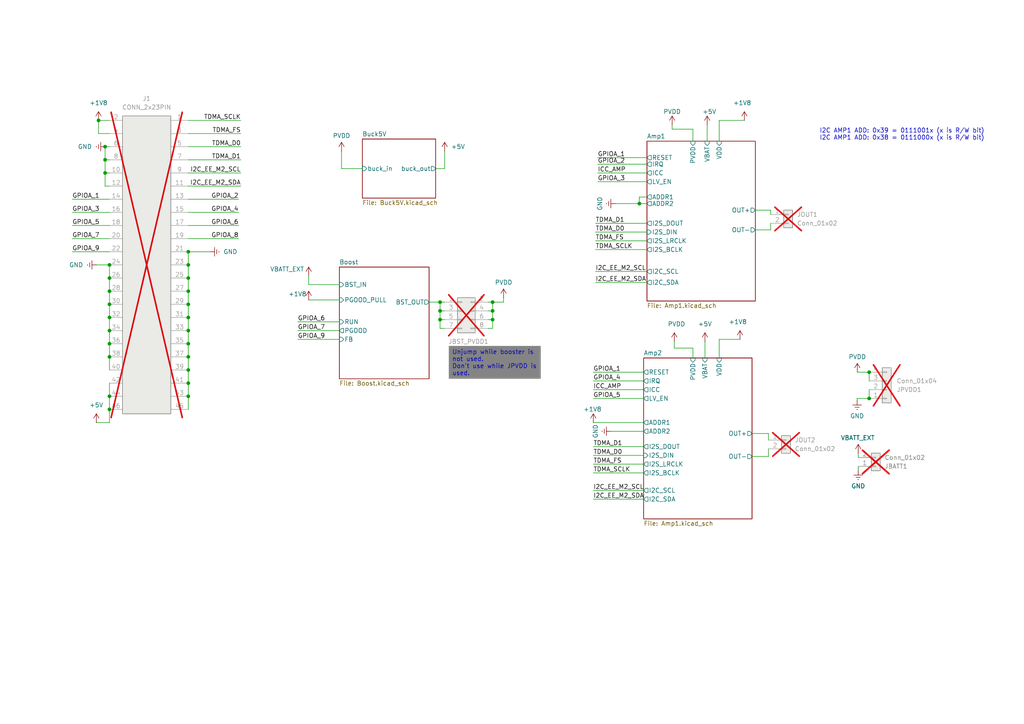
<source format=kicad_sch>
(kicad_sch (version 20231120) (generator "eeschema") (generator_version "8.0")
  (paper "A4")
  (lib_symbols
    (symbol "Connector_Generic:Conn_01x02" (pin_names (offset 1.016) hide)
      (property "Reference" "J" (at 0 2.54 0))
      (property "Value" "Conn_01x02" (at 0 -5.08 0))
      (symbol "Conn_01x02_1_1"
        (rectangle (start -1.27 -2.413) (end 0 -2.667) (stroke (width 0.1524)))
        (rectangle (start -1.27 0.127) (end 0 -0.127) (stroke (width 0.1524)))
        (rectangle (start -1.27 1.27) (end 1.27 -3.81) (stroke (width 0.254)) (fill (type background)))
        (pin passive line (at -5.08 0 0) (length 3.81) (name "Pin_1") (number "1"))
        (pin passive line (at -5.08 -2.54 0) (length 3.81) (name "Pin_2") (number "2"))
      )
    )
    (symbol "Connector_Generic:Conn_01x04" (pin_names (offset 1.016) hide)
      (property "Reference" "J" (at 0 5.08 0))
      (property "Value" "Conn_01x04" (at 0 -7.62 0))
      (symbol "Conn_01x04_1_1"
        (rectangle (start -1.27 -4.953) (end 0 -5.207) (stroke (width 0.1524)))
        (rectangle (start -1.27 -2.413) (end 0 -2.667) (stroke (width 0.1524)))
        (rectangle (start -1.27 0.127) (end 0 -0.127) (stroke (width 0.1524)))
        (rectangle (start -1.27 2.667) (end 0 2.413) (stroke (width 0.1524)))
        (rectangle (start -1.27 3.81) (end 1.27 -6.35) (stroke (width 0.254)) (fill (type background)))
        (pin passive line (at -5.08 2.54 0) (length 3.81) (name "Pin_1") (number "1"))
        (pin passive line (at -5.08 0 0) (length 3.81) (name "Pin_2") (number "2"))
        (pin passive line (at -5.08 -2.54 0) (length 3.81) (name "Pin_3") (number "3"))
        (pin passive line (at -5.08 -5.08 0) (length 3.81) (name "Pin_4") (number "4"))
      )
    )
    (symbol "Connector_Generic:Conn_02x04_Odd_Even" (pin_names (offset 1.016) hide)
      (property "Reference" "J" (at 1.27 5.08 0))
      (property "Value" "Conn_02x04_Odd_Even" (at 1.27 -7.62 0))
      (symbol "Conn_02x04_Odd_Even_1_1"
        (rectangle (start -1.27 -4.953) (end 0 -5.207) (stroke (width 0.1524)))
        (rectangle (start -1.27 -2.413) (end 0 -2.667) (stroke (width 0.1524)))
        (rectangle (start -1.27 0.127) (end 0 -0.127) (stroke (width 0.1524)))
        (rectangle (start -1.27 2.667) (end 0 2.413) (stroke (width 0.1524)))
        (rectangle (start -1.27 3.81) (end 3.81 -6.35) (stroke (width 0.254)) (fill (type background)))
        (rectangle (start 3.81 -4.953) (end 2.54 -5.207) (stroke (width 0.1524)))
        (rectangle (start 3.81 -2.413) (end 2.54 -2.667) (stroke (width 0.1524)))
        (rectangle (start 3.81 0.127) (end 2.54 -0.127) (stroke (width 0.1524)))
        (rectangle (start 3.81 2.667) (end 2.54 2.413) (stroke (width 0.1524)))
        (pin passive line (at -5.08 2.54 0) (length 3.81) (name "Pin_1") (number "1"))
        (pin passive line (at 7.62 2.54 180) (length 3.81) (name "Pin_2") (number "2"))
        (pin passive line (at -5.08 0 0) (length 3.81) (name "Pin_3") (number "3"))
        (pin passive line (at 7.62 0 180) (length 3.81) (name "Pin_4") (number "4"))
        (pin passive line (at -5.08 -2.54 0) (length 3.81) (name "Pin_5") (number "5"))
        (pin passive line (at 7.62 -2.54 180) (length 3.81) (name "Pin_6") (number "6"))
        (pin passive line (at -5.08 -5.08 0) (length 3.81) (name "Pin_7") (number "7"))
        (pin passive line (at 7.62 -5.08 180) (length 3.81) (name "Pin_8") (number "8"))
      )
    )
    (symbol "power:+1V8" (power) (pin_numbers hide) (pin_names (offset 0) hide)
      (property "Value" "+1V8" (at 0 3.556 0))
      (symbol "+1V8_0_1"
        (polyline (pts (xy -0.762 1.27) (xy 0 2.54)))
        (polyline (pts (xy 0 0) (xy 0 2.54)))
        (polyline (pts (xy 0 2.54) (xy 0.762 1.27)))
      )
      (symbol "+1V8_1_1"
        (pin power_in line (at 0 0 90) (length 0) (name "~") (number "1"))
      )
    )
    (symbol "power:+5V" (power) (pin_numbers hide) (pin_names (offset 0) hide)
      (property "Value" "+5V" (at 0 3.556 0))
      (symbol "+5V_0_1"
        (polyline (pts (xy -0.762 1.27) (xy 0 2.54)))
        (polyline (pts (xy 0 0) (xy 0 2.54)))
        (polyline (pts (xy 0 2.54) (xy 0.762 1.27)))
      )
      (symbol "+5V_1_1"
        (pin power_in line (at 0 0 90) (length 0) (name "~") (number "1"))
      )
    )
    (symbol "power:GNDREF" (power) (pin_numbers hide) (pin_names (offset 0) hide)
      (property "Value" "GNDREF" (at 0 -3.81 0))
      (symbol "GNDREF_0_1"
        (polyline (pts (xy -0.635 -1.905) (xy 0.635 -1.905)))
        (polyline (pts (xy -0.127 -2.54) (xy 0.127 -2.54)))
        (polyline (pts (xy 0 -1.27) (xy 0 0)))
        (polyline (pts (xy 1.27 -1.27) (xy -1.27 -1.27)))
      )
      (symbol "GNDREF_1_1"
        (pin power_in line (at 0 0 270) (length 0) (name "~") (number "1"))
      )
    )
    (symbol "power:VDD" (power) (pin_numbers hide) (pin_names (offset 0) hide)
      (property "Value" "VDD" (at 0 3.556 0))
      (symbol "VDD_0_1"
        (polyline (pts (xy -0.762 1.27) (xy 0 2.54)))
        (polyline (pts (xy 0 0) (xy 0 2.54)))
        (polyline (pts (xy 0 2.54) (xy 0.762 1.27)))
      )
      (symbol "VDD_1_1"
        (pin power_in line (at 0 0 90) (length 0) (name "~") (number "1"))
      )
    )
    (symbol "speaker_global_library:CONN_2x23PIN" (pin_names (offset 1.016) hide)
      (property "Reference" "J" (at -20.32 52.07 0))
      (property "Value" "CONN_2x23PIN" (at 1.27 -33.02 0))
      (symbol "CONN_2x23PIN_1_1"
        (rectangle (start -25.4 50.8) (end -11.43 -35.56) (stroke (width 0.254)) (fill (type background)))
        (pin passive line (at -30.48 49.53 0) (length 5.08) (name "Pin_1") (number "1"))
        (pin passive line (at -7.62 34.29 180) (length 3.81) (name "Pin_10") (number "10"))
        (pin passive line (at -30.48 30.48 0) (length 5.08) (name "Pin_11") (number "11"))
        (pin passive line (at -7.62 30.48 180) (length 3.81) (name "Pin_12") (number "12"))
        (pin passive line (at -30.48 26.67 0) (length 5.08) (name "Pin_13") (number "13"))
        (pin passive line (at -7.62 26.67 180) (length 3.81) (name "Pin_14") (number "14"))
        (pin passive line (at -30.48 22.86 0) (length 5.08) (name "Pin_15") (number "15"))
        (pin passive line (at -7.62 22.86 180) (length 3.81) (name "Pin_16") (number "16"))
        (pin passive line (at -30.48 19.05 0) (length 5.08) (name "Pin_17") (number "17"))
        (pin passive line (at -7.62 19.05 180) (length 3.81) (name "Pin_18") (number "18"))
        (pin passive line (at -30.48 15.24 0) (length 5.08) (name "Pin_19") (number "19"))
        (pin passive line (at -7.62 49.53 180) (length 3.81) (name "Pin_2") (number "2"))
        (pin passive line (at -7.62 15.24 180) (length 3.81) (name "Pin_20") (number "20"))
        (pin passive line (at -30.48 11.43 0) (length 5.08) (name "Pin_21") (number "21"))
        (pin passive line (at -7.62 11.43 180) (length 3.81) (name "Pin_22") (number "22"))
        (pin passive line (at -30.48 7.62 0) (length 5.08) (name "Pin_23") (number "23"))
        (pin passive line (at -7.62 7.62 180) (length 3.81) (name "Pin_24") (number "24"))
        (pin passive line (at -30.48 3.81 0) (length 5.08) (name "Pin_25") (number "25"))
        (pin passive line (at -7.62 3.81 180) (length 3.81) (name "Pin_26") (number "26"))
        (pin passive line (at -30.48 0 0) (length 5.08) (name "Pin_27") (number "27"))
        (pin passive line (at -7.62 0 180) (length 3.81) (name "Pin_28") (number "28"))
        (pin passive line (at -30.48 -3.81 0) (length 5.08) (name "Pin_29") (number "29"))
        (pin passive line (at -30.48 45.72 0) (length 5.08) (name "Pin_3") (number "3"))
        (pin passive line (at -7.62 -3.81 180) (length 3.81) (name "Pin_30") (number "30"))
        (pin passive line (at -30.48 -7.62 0) (length 5.08) (name "Pin_31") (number "31"))
        (pin passive line (at -7.62 -7.62 180) (length 3.81) (name "Pin_32") (number "32"))
        (pin passive line (at -30.48 -11.43 0) (length 5.08) (name "Pin_33") (number "33"))
        (pin passive line (at -7.62 -11.43 180) (length 3.81) (name "Pin_34") (number "34"))
        (pin passive line (at -30.48 -15.24 0) (length 5.08) (name "Pin_35") (number "35"))
        (pin passive line (at -7.62 -15.24 180) (length 3.81) (name "Pin_36") (number "36"))
        (pin passive line (at -30.48 -19.05 0) (length 5.08) (name "Pin_37") (number "37"))
        (pin passive line (at -7.62 -19.05 180) (length 3.81) (name "Pin_38") (number "38"))
        (pin passive line (at -30.48 -22.86 0) (length 5.08) (name "Pin_39") (number "39"))
        (pin passive line (at -7.62 45.72 180) (length 3.81) (name "Pin_4") (number "4"))
        (pin passive line (at -7.62 -22.86 180) (length 3.81) (name "Pin_40") (number "40"))
        (pin passive line (at -30.48 -26.67 0) (length 5.08) (name "Pin_41") (number "41"))
        (pin passive line (at -7.62 -26.67 180) (length 3.81) (name "Pin_42") (number "42"))
        (pin passive line (at -30.48 -30.48 0) (length 5.08) (name "Pin_43") (number "43"))
        (pin passive line (at -7.62 -30.48 180) (length 3.81) (name "Pin_44") (number "44"))
        (pin passive line (at -30.48 -34.29 0) (length 5.08) (name "Pin_45") (number "45"))
        (pin passive line (at -7.62 -34.29 180) (length 3.81) (name "Pin_46") (number "46"))
        (pin passive line (at -30.48 41.91 0) (length 5.08) (name "Pin_5") (number "5"))
        (pin passive line (at -7.62 41.91 180) (length 3.81) (name "Pin_6") (number "6"))
        (pin passive line (at -30.48 38.1 0) (length 5.08) (name "Pin_7") (number "7"))
        (pin passive line (at -7.62 38.1 180) (length 3.81) (name "Pin_8") (number "8"))
        (pin passive line (at -30.48 34.29 0) (length 5.08) (name "Pin_9") (number "9"))
      )
    )
  )
  (junction (at 31.75 114.935))
  (junction (at 54.61 92.075))
  (junction (at 54.61 84.455))
  (junction (at 127.635 87.63))
  (junction (at 54.61 95.885))
  (junction (at 252.095 115.57))
  (junction (at 127.635 90.17))
  (junction (at 31.75 84.455))
  (junction (at 31.75 80.645))
  (junction (at 127.635 92.71))
  (junction (at 31.75 88.265))
  (junction (at 54.61 73.025))
  (junction (at 31.75 92.075))
  (junction (at 54.61 107.315))
  (junction (at 54.61 80.645))
  (junction (at 54.61 111.125))
  (junction (at 54.61 76.835))
  (junction (at 54.61 88.265))
  (junction (at 31.75 99.695))
  (junction (at 30.48 50.165))
  (junction (at 142.875 90.17))
  (junction (at 54.61 114.935))
  (junction (at 30.48 46.355))
  (junction (at 28.575 34.925))
  (junction (at 31.75 95.885))
  (junction (at 31.75 118.745))
  (junction (at 142.875 92.71))
  (junction (at 54.61 103.505))
  (junction (at 252.095 107.95))
  (junction (at 185.4511 59.055))
  (junction (at 31.75 103.505))
  (junction (at 31.75 76.835))
  (junction (at 30.48 42.545))
  (junction (at 142.875 87.63))
  (junction (at 54.61 99.695))
  (wire (pts (xy 54.61 95.885) (xy 54.61 99.695)))
  (wire (pts (xy 31.75 118.745) (xy 31.75 122.555)))
  (wire (pts (xy 146.05 86.36) (xy 146.05 87.63)))
  (wire (pts (xy 248.92 131.445) (xy 248.92 132.715)))
  (wire (pts (xy 195.58 100.965) (xy 200.9775 100.965)))
  (wire (pts (xy 126.365 48.895) (xy 128.9633 48.895)))
  (wire (pts (xy 172.085 132.08) (xy 186.69 132.08)))
  (wire (pts (xy 195.58 99.06) (xy 195.58 100.965)))
  (wire (pts (xy 222.885 127.635) (xy 222.885 125.73)))
  (wire (pts (xy 54.61 84.455) (xy 54.61 88.265)))
  (wire (pts (xy 185.42 57.15) (xy 185.42 59.0239)))
  (wire (pts (xy 54.61 69.215) (xy 69.215 69.215)))
  (wire (pts (xy 27.94 76.835) (xy 31.75 76.835)))
  (wire (pts (xy 30.48 50.165) (xy 31.75 50.165)))
  (wire (pts (xy 86.36 95.885) (xy 98.425 95.885)))
  (wire (pts (xy 99.06 48.895) (xy 105.0925 48.895)))
  (wire (pts (xy 31.75 111.125) (xy 31.75 114.935)))
  (wire (pts (xy 31.75 99.695) (xy 31.75 103.505)))
  (wire (pts (xy 200.9775 100.965) (xy 200.9775 103.8225)))
  (wire (pts (xy 54.61 38.735) (xy 69.85 38.735)))
  (wire (pts (xy 222.885 130.175) (xy 222.885 132.3975)))
  (wire (pts (xy 172.085 142.24) (xy 186.69 142.24)))
  (wire (pts (xy 172.085 134.62) (xy 186.69 134.62)))
  (wire (pts (xy 173.355 47.625) (xy 187.6425 47.625)))
  (wire (pts (xy 30.48 50.165) (xy 30.48 53.975)))
  (wire (pts (xy 141.605 95.25) (xy 142.875 95.25)))
  (wire (pts (xy 141.605 92.71) (xy 142.875 92.71)))
  (wire (pts (xy 54.61 42.545) (xy 69.85 42.545)))
  (wire (pts (xy 54.61 76.835) (xy 54.61 80.645)))
  (wire (pts (xy 99.06 43.815) (xy 99.06 48.895)))
  (wire (pts (xy 208.5975 34.925) (xy 208.5975 40.9575)))
  (wire (pts (xy 146.05 87.63) (xy 142.875 87.63)))
  (wire (pts (xy 172.72 78.74) (xy 187.6425 78.74)))
  (wire (pts (xy 142.875 92.71) (xy 142.875 90.17)))
  (wire (pts (xy 214.63 98.425) (xy 208.5975 98.425)))
  (wire (pts (xy 185.42 59.0239) (xy 185.4511 59.055)))
  (wire (pts (xy 215.9 34.925) (xy 208.5975 34.925)))
  (wire (pts (xy 252.095 113.03) (xy 252.095 115.57)))
  (wire (pts (xy 30.48 46.355) (xy 31.75 46.355)))
  (wire (pts (xy 222.885 125.73) (xy 218.1225 125.73)))
  (wire (pts (xy 185.4511 59.055) (xy 187.6425 59.055)))
  (wire (pts (xy 204.47 99.06) (xy 204.47 103.8225)))
  (wire (pts (xy 86.36 98.425) (xy 98.425 98.425)))
  (wire (pts (xy 128.9633 48.895) (xy 128.9633 43.815)))
  (wire (pts (xy 142.875 87.63) (xy 141.605 87.63)))
  (wire (pts (xy 223.52 64.77) (xy 223.52 66.675)))
  (wire (pts (xy 172.085 107.95) (xy 186.69 107.95)))
  (wire (pts (xy 54.61 73.025) (xy 60.96 73.025)))
  (wire (pts (xy 30.48 46.355) (xy 30.48 50.165)))
  (wire (pts (xy 200.9775 37.465) (xy 200.9775 40.9575)))
  (wire (pts (xy 172.085 122.555) (xy 186.69 122.555)))
  (wire (pts (xy 54.61 57.785) (xy 69.215 57.785)))
  (wire (pts (xy 173.355 52.705) (xy 187.6425 52.705)))
  (wire (pts (xy 173.355 45.72) (xy 187.6425 45.72)))
  (wire (pts (xy 223.52 66.675) (xy 219.075 66.675)))
  (wire (pts (xy 185.42 57.15) (xy 187.6425 57.15)))
  (wire (pts (xy 172.72 72.39) (xy 187.6425 72.39)))
  (wire (pts (xy 127.635 90.17) (xy 128.905 90.17)))
  (wire (pts (xy 128.905 95.25) (xy 127.635 95.25)))
  (wire (pts (xy 172.085 115.57) (xy 186.69 115.57)))
  (wire (pts (xy 223.52 62.23) (xy 223.52 60.96)))
  (wire (pts (xy 54.61 88.265) (xy 54.61 92.075)))
  (wire (pts (xy 172.085 113.03) (xy 186.69 113.03)))
  (wire (pts (xy 252.095 107.95) (xy 252.095 110.49)))
  (wire (pts (xy 248.92 136.525) (xy 248.92 135.255)))
  (wire (pts (xy 54.61 92.075) (xy 54.61 95.885)))
  (wire (pts (xy 127.635 92.71) (xy 128.905 92.71)))
  (wire (pts (xy 54.61 50.165) (xy 69.85 50.165)))
  (wire (pts (xy 31.75 103.505) (xy 31.75 107.315)))
  (wire (pts (xy 173.355 50.165) (xy 187.6425 50.165)))
  (wire (pts (xy 223.52 60.96) (xy 219.075 60.96)))
  (wire (pts (xy 31.75 95.885) (xy 31.75 99.695)))
  (wire (pts (xy 20.955 65.405) (xy 31.75 65.405)))
  (wire (pts (xy 172.085 144.78) (xy 186.69 144.78)))
  (wire (pts (xy 172.72 64.77) (xy 187.6425 64.77)))
  (wire (pts (xy 142.875 87.63) (xy 142.875 90.17)))
  (wire (pts (xy 54.61 46.355) (xy 69.85 46.355)))
  (wire (pts (xy 127.635 87.63) (xy 128.905 87.63)))
  (wire (pts (xy 28.575 38.735) (xy 28.575 34.925)))
  (wire (pts (xy 54.61 73.025) (xy 54.61 76.835)))
  (wire (pts (xy 124.46 87.63) (xy 127.635 87.63)))
  (wire (pts (xy 31.75 84.455) (xy 31.75 88.265)))
  (wire (pts (xy 30.48 42.545) (xy 31.75 42.545)))
  (wire (pts (xy 177.165 125.095) (xy 186.69 125.095)))
  (wire (pts (xy 172.72 69.85) (xy 187.6425 69.85)))
  (wire (pts (xy 194.945 37.465) (xy 200.9775 37.465)))
  (wire (pts (xy 20.955 61.595) (xy 31.75 61.595)))
  (wire (pts (xy 54.61 61.595) (xy 69.215 61.595)))
  (wire (pts (xy 172.085 129.54) (xy 186.69 129.54)))
  (wire (pts (xy 205.105 36.195) (xy 205.105 40.9575)))
  (wire (pts (xy 30.48 53.975) (xy 31.75 53.975)))
  (wire (pts (xy 54.61 53.975) (xy 69.85 53.975)))
  (wire (pts (xy 194.945 36.195) (xy 194.945 37.465)))
  (wire (pts (xy 178.435 59.055) (xy 185.4511 59.055)))
  (wire (pts (xy 54.61 114.935) (xy 54.61 118.745)))
  (wire (pts (xy 127.635 95.25) (xy 127.635 92.71)))
  (wire (pts (xy 86.36 93.345) (xy 98.425 93.345)))
  (wire (pts (xy 54.61 99.695) (xy 54.61 103.505)))
  (wire (pts (xy 31.75 38.735) (xy 28.575 38.735)))
  (wire (pts (xy 172.72 81.915) (xy 187.6425 81.915)))
  (wire (pts (xy 172.085 110.49) (xy 186.69 110.49)))
  (wire (pts (xy 89.535 80.01) (xy 89.535 82.55)))
  (wire (pts (xy 54.61 34.925) (xy 69.85 34.925)))
  (wire (pts (xy 222.885 132.3975) (xy 218.1225 132.3975)))
  (wire (pts (xy 248.6025 115.57) (xy 248.6025 116.205)))
  (wire (pts (xy 142.875 95.25) (xy 142.875 92.71)))
  (wire (pts (xy 31.75 88.265) (xy 31.75 92.075)))
  (wire (pts (xy 248.6598 107.95) (xy 248.6598 107.949)))
  (wire (pts (xy 208.5975 98.425) (xy 208.5975 103.8225)))
  (wire (pts (xy 31.75 92.075) (xy 31.75 95.885)))
  (wire (pts (xy 54.61 107.315) (xy 54.61 111.125)))
  (wire (pts (xy 127.635 92.71) (xy 127.635 90.17)))
  (wire (pts (xy 172.72 67.31) (xy 187.6425 67.31)))
  (wire (pts (xy 54.61 65.405) (xy 69.215 65.405)))
  (wire (pts (xy 172.085 137.16) (xy 186.69 137.16)))
  (wire (pts (xy 54.61 80.645) (xy 54.61 84.455)))
  (wire (pts (xy 127.635 90.17) (xy 127.635 87.63)))
  (wire (pts (xy 27.94 122.555) (xy 31.75 122.555)))
  (wire (pts (xy 31.75 80.645) (xy 31.75 84.455)))
  (wire (pts (xy 89.535 82.55) (xy 98.425 82.55)))
  (wire (pts (xy 20.955 57.785) (xy 31.75 57.785)))
  (wire (pts (xy 252.095 107.95) (xy 248.6598 107.95)))
  (wire (pts (xy 20.955 69.215) (xy 31.75 69.215)))
  (wire (pts (xy 31.75 76.835) (xy 31.75 80.645)))
  (wire (pts (xy 28.575 34.925) (xy 31.75 34.925)))
  (wire (pts (xy 31.75 114.935) (xy 31.75 118.745)))
  (wire (pts (xy 54.61 103.505) (xy 54.61 107.315)))
  (wire (pts (xy 30.48 42.545) (xy 30.48 46.355)))
  (wire (pts (xy 248.6025 115.57) (xy 252.095 115.57)))
  (wire (pts (xy 89.535 86.995) (xy 98.425 86.995)))
  (wire (pts (xy 141.605 90.17) (xy 142.875 90.17)))
  (wire (pts (xy 20.955 73.025) (xy 31.75 73.025)))
  (wire (pts (xy 54.61 111.125) (xy 54.61 114.935)))
  (text_box "Unjump while booster is not used.\nDon't use while JPVDD is used." (at 130.175 100.33 0) (size 26.67 9.525) (stroke (width -0.0001)) (fill (type color) (color 132 132 132 1)) (effects (font (size 1.27 1.27)) (justify left top)))
  (text "I2C AMP1 ADD: 0x39 = 0111001x (x is R/W bit)\nI2C AMP1 ADD: 0x38 = 0111000x (x is R/W bit)" (at 261.62 39.0525 0) (effects (font (size 1.27 1.27))))
  (label "GPIOA_2" (at 173.355 47.625 0))
  (label "GPIOA_5" (at 172.085 115.57 0))
  (label "GPIOA_3" (at 20.955 61.595 0))
  (label "GPIOA_3" (at 173.355 52.705 0))
  (label "I2C_EE_M2_SCL" (at 69.85 50.165 180))
  (label "I2C_EE_M2_SCL" (at 172.085 142.24 0))
  (label "TDMA_SCLK" (at 172.085 137.16 0))
  (label "I2C_EE_M2_SDA" (at 172.72 81.915 0))
  (label "TDMA_FS" (at 172.72 69.85 0))
  (label "GPIOA_4" (at 69.215 61.595 180))
  (label "GPIOA_9" (at 86.36 98.425 0))
  (label "GPIOA_4" (at 172.085 110.49 0))
  (label "TDMA_D1" (at 69.85 46.355 180))
  (label "GPIOA_5" (at 20.955 65.405 0))
  (label "I2C_EE_M2_SCL" (at 172.72 78.74 0))
  (label "TDMA_D1" (at 172.72 64.77 0))
  (label "TDMA_SCLK" (at 172.72 72.39 0))
  (label "GPIOA_1" (at 173.355 45.72 0))
  (label "GPIOA_6" (at 86.36 93.345 0))
  (label "GPIOA_2" (at 69.215 57.785 180))
  (label "I2C_EE_M2_SDA" (at 69.85 53.975 180))
  (label "GPIOA_6" (at 69.215 65.405 180))
  (label "TDMA_D1" (at 172.085 129.54 0))
  (label "GPIOA_1" (at 20.955 57.785 0))
  (label "ICC_AMP" (at 172.085 113.03 0))
  (label "TDMA_D0" (at 172.72 67.31 0))
  (label "ICC_AMP" (at 173.355 50.165 0))
  (label "GPIOA_7" (at 86.36 95.885 0))
  (label "GPIOA_1" (at 172.085 107.95 0))
  (label "GPIOA_7" (at 20.955 69.215 0))
  (label "GPIOA_9" (at 20.955 73.025 0))
  (label "TDMA_FS" (at 69.85 38.735 180))
  (label "I2C_EE_M2_SDA" (at 172.085 144.78 0))
  (label "TDMA_D0" (at 69.85 42.545 180))
  (label "TDMA_FS" (at 172.085 134.62 0))
  (label "TDMA_D0" (at 172.085 132.08 0))
  (label "GPIOA_8" (at 69.215 69.215 180))
  (label "TDMA_SCLK" (at 69.85 34.925 180))
  (symbol (lib_id "power:GNDREF") (at 30.48 42.545 270) (unit 1)
    (property "Reference" "#PWR054" (effects (hide yes)))
    (property "Value" "GND" (at 26.67 42.545 90) (effects (justify right)))
    (property "Description" "Power symbol creates a global label with name \"GNDREF\" , reference supply ground" (effects (hide yes)))
  )
  (symbol (lib_id "power:+5V") (at 27.94 122.555 0) (unit 1)
    (property "Reference" "#PWR052" (effects (hide yes)))
    (property "Value" "+5V" (at 27.94 117.475 0))
    (property "Description" "Power symbol creates a global label with name \"+5V\"" (effects (hide yes)))
  )
  (symbol (lib_id "power:GNDREF") (at 27.94 76.835 270) (unit 1)
    (property "Reference" "#PWR050" (effects (hide yes)))
    (property "Value" "GND" (at 24.13 76.835 90) (effects (justify right)))
    (property "Description" "Power symbol creates a global label with name \"GNDREF\" , reference supply ground" (effects (hide yes)))
  )
  (symbol (lib_id "Connector_Generic:Conn_01x04") (at 257.175 113.03 0) (mirror x) (unit 1) (dnp yes)
    (property "Reference" "JPVDD1" (at 260.0325 113.03 0) (effects (justify left)))
    (property "Value" "Conn_01x04" (at 260.0325 110.49 0) (effects (justify left)))
    (property "Footprint" "speaker_global_library:B4P-VH" (effects (hide yes)))
    (property "Description" "CONN" (effects (hide yes)))
    (property "MPN" "B4P-VH" (effects (hide yes)))
    (property "Manufacturer" "JST Sales America Inc." (effects (hide yes)))
  )
  (symbol (lib_id "power:GNDREF") (at 177.165 125.095 270) (mirror x) (unit 1)
    (property "Reference" "#PWR047" (effects (hide yes)))
    (property "Value" "GND" (at 172.72 125.095 0))
    (property "Description" "Power symbol creates a global label with name \"GNDREF\" , reference supply ground" (effects (hide yes)))
  )
  (symbol (lib_id "Connector_Generic:Conn_01x02") (at 227.965 127.635 0) (unit 1) (dnp yes)
    (property "Reference" "JOUT2" (at 230.505 127.635 0) (effects (justify left)))
    (property "Value" "Conn_01x02" (at 230.505 130.175 0) (effects (justify left)))
    (property "Footprint" "speaker_global_library:B2P-VH" (effects (hide yes)))
    (property "Description" "CONN" (effects (hide yes)))
    (property "MPN" "B2P-VH" (effects (hide yes)))
    (property "Manufacturer" "JST Sales America Inc." (effects (hide yes)))
  )
  (symbol (lib_id "power:GNDREF") (at 248.92 136.525 0) (mirror y) (unit 1)
    (property "Reference" "#PWR037" (effects (hide yes)))
    (property "Value" "GND" (at 248.92 140.97 0))
    (property "Description" "Power symbol creates a global label with name \"GNDREF\" , reference supply ground" (effects (hide yes)))
  )
  (symbol (lib_id "power:VDD") (at 204.47 99.06 0) (unit 1)
    (property "Reference" "#PWR042" (effects (hide yes)))
    (property "Value" "+5V" (at 204.47 93.98 0))
    (property "Description" "Power symbol creates a global label with name \"VDD\"" (effects (hide yes)))
  )
  (symbol (lib_id "power:VDD") (at 195.58 99.06 0) (mirror y) (unit 1)
    (property "Reference" "#PWR021" (effects (hide yes)))
    (property "Value" "PVDD" (at 196.215 93.98 0))
    (property "Description" "Power symbol creates a global label with name \"VDD\"" (effects (hide yes)))
  )
  (symbol (lib_id "power:VDD") (at 99.06 43.815 0) (unit 1)
    (property "Reference" "#PWR040" (effects (hide yes)))
    (property "Value" "PVDD" (at 99.06 39.37 0))
    (property "Description" "Power symbol creates a global label with name \"VDD\"" (effects (hide yes)))
  )
  (symbol (lib_id "power:VDD") (at 172.085 122.555 0) (unit 1)
    (property "Reference" "#PWR046" (effects (hide yes)))
    (property "Value" "+1V8" (at 171.8323 118.7002 0))
    (property "Description" "Power symbol creates a global label with name \"VDD\"" (effects (hide yes)))
  )
  (symbol (lib_id "speaker_global_library:CONN_2x23PIN") (at 24.13 84.455 0) (mirror y) (unit 1) (dnp yes)
    (property "Reference" "J1" (at 42.545 28.575 0))
    (property "Value" "CONN_2x23PIN" (at 42.545 31.115 0))
    (property "Footprint" "speaker_global_library:SAMTEC_SSW-123-01-T-D" (effects (hide yes)))
  )
  (symbol (lib_id "power:VDD") (at 205.105 36.195 0) (unit 1)
    (property "Reference" "#PWR043" (effects (hide yes)))
    (property "Value" "+5V" (at 205.74 32.385 0))
    (property "Description" "Power symbol creates a global label with name \"VDD\"" (effects (hide yes)))
  )
  (symbol (lib_id "power:VDD") (at 89.535 80.01 0) (unit 1)
    (property "Reference" "#PWR038" (effects (hide yes)))
    (property "Value" "VBATT_EXT" (at 78.3207 78.075 0) (effects (justify left)))
    (property "Description" "Power symbol creates a global label with name \"VDD\"" (effects (hide yes)))
  )
  (symbol (lib_id "power:VDD") (at 248.6598 107.949 0) (unit 1)
    (property "Reference" "#PWR023" (effects (hide yes)))
    (property "Value" "PVDD" (at 248.6598 103.504 0))
    (property "Description" "Power symbol creates a global label with name \"VDD\"" (effects (hide yes)))
  )
  (symbol (lib_id "power:VDD") (at 128.9633 43.815 0) (unit 1)
    (property "Reference" "#PWR041" (effects (hide yes)))
    (property "Value" "+5V" (at 130.81 42.545 0) (effects (justify left)))
    (property "Description" "Power symbol creates a global label with name \"VDD\"" (effects (hide yes)))
  )
  (symbol (lib_id "power:VDD") (at 89.535 86.995 0) (unit 1)
    (property "Reference" "#PWR051" (effects (hide yes)))
    (property "Value" "+1V8" (at 86.2646 85.2768 0))
    (property "Description" "Power symbol creates a global label with name \"VDD\"" (effects (hide yes)))
  )
  (symbol (lib_id "power:GNDREF") (at 178.435 59.055 270) (mirror x) (unit 1)
    (property "Reference" "#PWR013" (effects (hide yes)))
    (property "Value" "GND" (at 173.99 59.055 0))
    (property "Description" "Power symbol creates a global label with name \"GNDREF\" , reference supply ground" (effects (hide yes)))
  )
  (symbol (lib_id "Connector_Generic:Conn_02x04_Odd_Even") (at 133.985 90.17 0) (unit 1) (dnp yes)
    (property "Reference" "JBST_PVDD1" (at 135.89 99.06 0))
    (property "Value" "Conn_02x04_Odd_Even" (effects (hide yes)))
    (property "Footprint" "speaker_global_library:TSW-104-07-F-D" (effects (hide yes)))
    (property "Description" "HEADER" (effects (hide yes)))
    (property "MPN" "TSW-104-07-F-D" (effects (hide yes)))
    (property "Manufacturer" "Samtec" (effects (hide yes)))
  )
  (symbol (lib_id "power:GNDREF") (at 248.6025 116.205 0) (mirror y) (unit 1)
    (property "Reference" "#PWR024" (effects (hide yes)))
    (property "Value" "GND" (at 248.6025 120.65 0))
    (property "Description" "Power symbol creates a global label with name \"GNDREF\" , reference supply ground" (effects (hide yes)))
  )
  (symbol (lib_id "power:VDD") (at 248.92 131.445 0) (unit 1)
    (property "Reference" "#PWR036" (effects (hide yes)))
    (property "Value" "VBATT_EXT" (at 243.84 127 0) (effects (justify left)))
    (property "Description" "Power symbol creates a global label with name \"VDD\"" (effects (hide yes)))
  )
  (symbol (lib_id "power:VDD") (at 214.63 98.425 0) (unit 1)
    (property "Reference" "#PWR044" (effects (hide yes)))
    (property "Value" "+1V8" (at 213.995 93.345 0))
    (property "Description" "Power symbol creates a global label with name \"VDD\"" (effects (hide yes)))
  )
  (symbol (lib_id "power:VDD") (at 146.05 86.36 0) (unit 1)
    (property "Reference" "#PWR039" (effects (hide yes)))
    (property "Value" "PVDD" (at 143.51 81.915 0) (effects (justify left)))
    (property "Description" "Power symbol creates a global label with name \"VDD\"" (effects (hide yes)))
  )
  (symbol (lib_id "power:GNDREF") (at 60.96 73.025 90) (mirror x) (unit 1)
    (property "Reference" "#PWR056" (effects (hide yes)))
    (property "Value" "GND" (at 64.77 73.025 90) (effects (justify right)))
    (property "Description" "Power symbol creates a global label with name \"GNDREF\" , reference supply ground" (effects (hide yes)))
  )
  (symbol (lib_id "power:+1V8") (at 28.575 34.925 0) (unit 1)
    (property "Reference" "#PWR053" (effects (hide yes)))
    (property "Value" "+1V8" (at 28.575 29.845 0))
    (property "Description" "Power symbol creates a global label with name \"+1V8\"" (effects (hide yes)))
  )
  (symbol (lib_id "power:VDD") (at 215.9 34.925 0) (unit 1)
    (property "Reference" "#PWR045" (effects (hide yes)))
    (property "Value" "+1V8" (at 215.265 29.845 0))
    (property "Description" "Power symbol creates a global label with name \"VDD\"" (effects (hide yes)))
  )
  (symbol (lib_id "Connector_Generic:Conn_01x02") (at 228.6 62.23 0) (unit 1) (dnp yes)
    (property "Reference" "JOUT1" (at 231.14 62.23 0) (effects (justify left)))
    (property "Value" "Conn_01x02" (at 231.14 64.77 0) (effects (justify left)))
    (property "Footprint" "speaker_global_library:B2P-VH" (effects (hide yes)))
    (property "Description" "CONN" (effects (hide yes)))
    (property "MPN" "B2P-VH" (effects (hide yes)))
    (property "Manufacturer" "JST Sales America Inc." (effects (hide yes)))
  )
  (symbol (lib_id "Connector_Generic:Conn_01x02") (at 254 135.255 0) (mirror x) (unit 1) (dnp yes)
    (property "Reference" "JBATT1" (at 256.54 135.255 0) (effects (justify left)))
    (property "Value" "Conn_01x02" (at 256.54 132.715 0) (effects (justify left)))
    (property "Footprint" "speaker_global_library:B2P-VH" (effects (hide yes)))
    (property "Description" "CONN" (effects (hide yes)))
    (property "MPN" "B2P-VH" (effects (hide yes)))
    (property "Manufacturer" "JST Sales America Inc." (effects (hide yes)))
  )
  (symbol (lib_id "power:VDD") (at 194.945 36.195 0) (unit 1)
    (property "Reference" "#PWR022" (effects (hide yes)))
    (property "Value" "PVDD" (at 194.945 32.385 0))
    (property "Description" "Power symbol creates a global label with name \"VDD\"" (effects (hide yes)))
  )
  (sheet (at 187.6425 40.9575) (size 31.4325 46.355) (stroke (width 0.1524))
    (property "Sheetname" "Amp1" (at 187.6425 40.2459 0) (effects (justify left bottom)))
    (property "Sheetfile" "Amp1.kicad_sch" (at 187.6425 87.8971 0) (effects (justify left top)))
    (pin "ICC" output (at 187.6425 50.165 180))
    (pin "IRQ" output (at 187.6425 47.625 180))
    (pin "I2S_LRCLK" output (at 187.6425 69.85 180))
    (pin "RESET" output (at 187.6425 45.72 180))
    (pin "I2S_DIN" input (at 187.6425 67.31 180))
    (pin "I2S_DOUT" output (at 187.6425 64.77 180))
    (pin "I2S_BCLK" output (at 187.6425 72.39 180))
    (pin "ADDR1" output (at 187.6425 57.15 180))
    (pin "I2C_SCL" output (at 187.6425 78.74 180))
    (pin "I2C_SDA" output (at 187.6425 81.915 180))
    (pin "ADDR2" output (at 187.6425 59.055 180))
    (pin "LV_EN" output (at 187.6425 52.705 180))
    (pin "PVDD" input (at 200.9775 40.9575 90))
    (pin "VBAT" input (at 205.105 40.9575 90))
    (pin "VDD" input (at 208.5975 40.9575 90))
    (pin "OUT+" output (at 219.075 60.96 0))
    (pin "OUT-" output (at 219.075 66.675 0))
  )
  (sheet (at 186.69 103.8225) (size 31.4325 46.6725) (stroke (width 0.1524))
    (property "Sheetname" "Amp2" (at 186.69 103.1109 0) (effects (justify left bottom)))
    (property "Sheetfile" "Amp1.kicad_sch" (at 186.69 151.0796 0) (effects (justify left top)))
    (pin "ICC" output (at 186.69 113.03 180))
    (pin "IRQ" output (at 186.69 110.49 180))
    (pin "I2S_LRCLK" output (at 186.69 134.62 180))
    (pin "RESET" output (at 186.69 107.95 180))
    (pin "I2S_DIN" input (at 186.69 132.08 180))
    (pin "I2S_DOUT" output (at 186.69 129.54 180))
    (pin "I2S_BCLK" output (at 186.69 137.16 180))
    (pin "ADDR1" output (at 186.69 122.555 180))
    (pin "I2C_SCL" output (at 186.69 142.24 180))
    (pin "I2C_SDA" output (at 186.69 144.78 180))
    (pin "ADDR2" output (at 186.69 125.095 180))
    (pin "LV_EN" output (at 186.69 115.57 180))
    (pin "PVDD" input (at 200.9775 103.8225 90))
    (pin "VBAT" input (at 204.47 103.8225 90))
    (pin "VDD" input (at 208.5975 103.8225 90))
    (pin "OUT+" output (at 218.1225 125.73 0))
    (pin "OUT-" output (at 218.1225 132.3975 0))
  )
  (sheet (at 105.0925 40.3225) (size 21.2725 17.145) (stroke (width 0.1524))
    (property "Sheetname" "Buck5V" (at 105.0925 39.6109 0) (effects (justify left bottom)))
    (property "Sheetfile" "Buck5V.kicad_sch" (at 105.0925 58.0521 0) (effects (justify left top)))
    (pin "buck_out" output (at 126.365 48.895 0))
    (pin "buck_in" input (at 105.0925 48.895 180))
  )
  (sheet (at 98.425 77.47) (size 26.035 32.385) (stroke (width 0.1524))
    (property "Sheetname" "Boost" (at 98.425 76.7584 0) (effects (justify left bottom)))
    (property "Sheetfile" "Boost.kicad_sch" (at 98.425 110.4396 0) (effects (justify left top)))
    (pin "BST_OUT" output (at 124.46 87.63 0))
    (pin "BST_IN" input (at 98.425 82.55 180))
    (pin "RUN" input (at 98.425 93.345 180))
    (pin "PGOOD_PULL" input (at 98.425 86.995 180))
    (pin "PGOOD" output (at 98.425 95.885 180))
    (pin "FB" input (at 98.425 98.425 180))
  )
)
</source>
